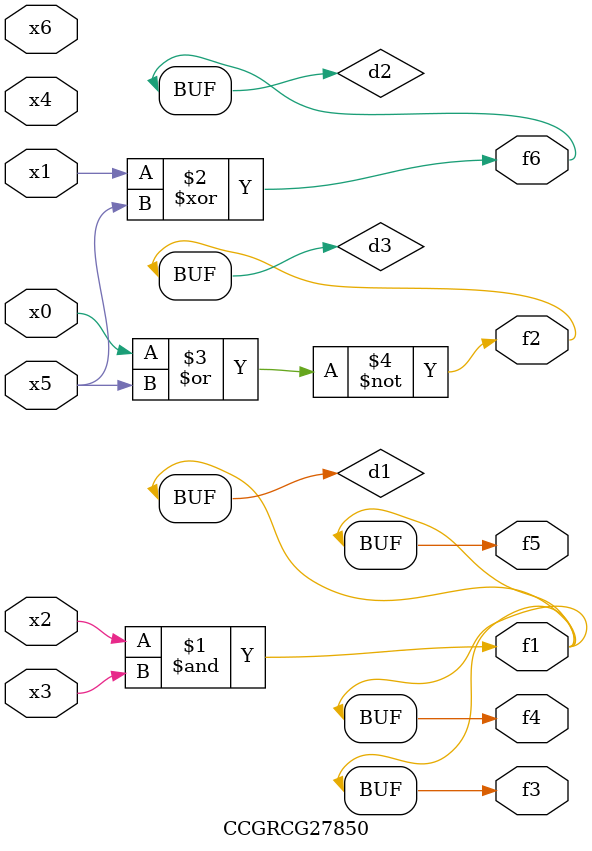
<source format=v>
module CCGRCG27850(
	input x0, x1, x2, x3, x4, x5, x6,
	output f1, f2, f3, f4, f5, f6
);

	wire d1, d2, d3;

	and (d1, x2, x3);
	xor (d2, x1, x5);
	nor (d3, x0, x5);
	assign f1 = d1;
	assign f2 = d3;
	assign f3 = d1;
	assign f4 = d1;
	assign f5 = d1;
	assign f6 = d2;
endmodule

</source>
